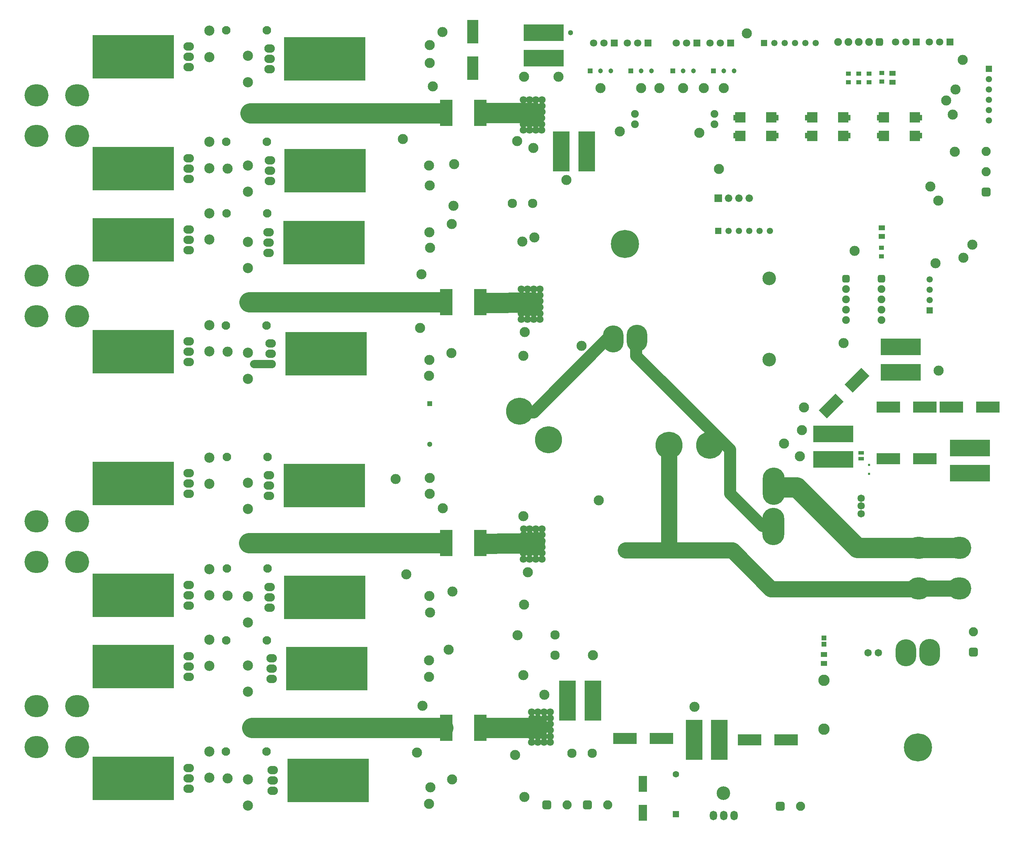
<source format=gbr>
%TF.GenerationSoftware,Altium Limited,Altium Designer,21.6.4 (81)*%
G04 Layer_Color=8388736*
%FSLAX43Y43*%
%MOMM*%
%TF.SameCoordinates,B094594F-E5AE-4C03-B854-EF891E02AD71*%
%TF.FilePolarity,Negative*%
%TF.FileFunction,Soldermask,Top*%
%TF.Part,Single*%
G01*
G75*
%TA.AperFunction,SMDPad,CuDef*%
%ADD17R,0.600X0.600*%
%ADD18R,1.350X0.950*%
%ADD19R,1.508X1.157*%
%ADD20R,1.200X1.100*%
%ADD23R,2.000X4.000*%
%ADD24R,2.108X1.397*%
%TA.AperFunction,ComponentPad*%
%ADD60C,1.800*%
%ADD62C,1.550*%
%ADD63R,1.550X1.550*%
%ADD64R,1.600X1.600*%
%ADD65C,1.600*%
%ADD66C,1.300*%
%ADD67R,1.300X1.300*%
%ADD69C,2.500*%
%ADD79R,1.550X1.550*%
%ADD83R,1.200X1.200*%
%ADD84C,1.200*%
%TA.AperFunction,NonConductor*%
%ADD130C,0.254*%
%ADD161C,4.000*%
%ADD162C,3.000*%
%ADD163C,2.000*%
%ADD164C,5.000*%
%TA.AperFunction,ComponentPad*%
%ADD179C,2.489*%
%ADD180C,2.300*%
%ADD181C,2.250*%
G04:AMPARAMS|DCode=182|XSize=2.25mm|YSize=2.25mm|CornerRadius=0.638mm|HoleSize=0mm|Usage=FLASHONLY|Rotation=90.000|XOffset=0mm|YOffset=0mm|HoleType=Round|Shape=RoundedRectangle|*
%AMROUNDEDRECTD182*
21,1,2.250,0.975,0,0,90.0*
21,1,0.975,2.250,0,0,90.0*
1,1,1.275,0.488,0.488*
1,1,1.275,0.488,-0.488*
1,1,1.275,-0.488,-0.488*
1,1,1.275,-0.488,0.488*
%
%ADD182ROUNDEDRECTD182*%
%ADD183C,2.100*%
%ADD184O,5.888X5.380*%
%ADD185C,2.800*%
%ADD186C,6.650*%
G04:AMPARAMS|DCode=187|XSize=2.25mm|YSize=2.25mm|CornerRadius=0.638mm|HoleSize=0mm|Usage=FLASHONLY|Rotation=0.000|XOffset=0mm|YOffset=0mm|HoleType=Round|Shape=RoundedRectangle|*
%AMROUNDEDRECTD187*
21,1,2.250,0.975,0,0,0.0*
21,1,0.975,2.250,0,0,0.0*
1,1,1.275,0.488,-0.488*
1,1,1.275,-0.488,-0.488*
1,1,1.275,-0.488,0.488*
1,1,1.275,0.488,0.488*
%
%ADD187ROUNDEDRECTD187*%
%ADD188C,1.824*%
%ADD189O,5.380X9.190*%
%ADD190C,1.900*%
G04:AMPARAMS|DCode=191|XSize=1.9mm|YSize=1.9mm|CornerRadius=0.55mm|HoleSize=0mm|Usage=FLASHONLY|Rotation=270.000|XOffset=0mm|YOffset=0mm|HoleType=Round|Shape=RoundedRectangle|*
%AMROUNDEDRECTD191*
21,1,1.900,0.800,0,0,270.0*
21,1,0.800,1.900,0,0,270.0*
1,1,1.100,-0.400,-0.400*
1,1,1.100,-0.400,0.400*
1,1,1.100,0.400,0.400*
1,1,1.100,0.400,-0.400*
%
%ADD191ROUNDEDRECTD191*%
%ADD192O,5.126X6.650*%
%ADD193C,6.904*%
%ADD195C,3.348*%
%ADD196O,2.586X2.078*%
%ADD197C,4.872*%
%ADD198R,2.586X2.586*%
G04:AMPARAMS|DCode=199|XSize=1.9mm|YSize=1.9mm|CornerRadius=0.55mm|HoleSize=0mm|Usage=FLASHONLY|Rotation=180.000|XOffset=0mm|YOffset=0mm|HoleType=Round|Shape=RoundedRectangle|*
%AMROUNDEDRECTD199*
21,1,1.900,0.800,0,0,180.0*
21,1,0.800,1.900,0,0,180.0*
1,1,1.100,-0.400,0.400*
1,1,1.100,0.400,0.400*
1,1,1.100,0.400,-0.400*
1,1,1.100,-0.400,-0.400*
%
%ADD199ROUNDEDRECTD199*%
%ADD200R,1.800X1.800*%
%ADD201R,1.850X1.850*%
%ADD202C,1.850*%
%TA.AperFunction,ViaPad*%
%ADD203C,1.570*%
%ADD204C,1.300*%
%ADD205C,1.800*%
%TA.AperFunction,NonConductor*%
%ADD209R,20.066X10.668*%
%TA.AperFunction,SMDPad,CuDef*%
%ADD218R,2.800X5.800*%
%ADD219R,5.800X2.800*%
G04:AMPARAMS|DCode=220|XSize=5.8mm|YSize=2.8mm|CornerRadius=0mm|HoleSize=0mm|Usage=FLASHONLY|Rotation=225.000|XOffset=0mm|YOffset=0mm|HoleType=Round|Shape=Rectangle|*
%AMROTATEDRECTD220*
4,1,4,1.061,3.041,3.041,1.061,-1.061,-3.041,-3.041,-1.061,1.061,3.041,0.0*
%
%ADD220ROTATEDRECTD220*%

%ADD221R,9.800X4.050*%
%ADD222R,4.050X9.800*%
%ADD223R,1.200X1.150*%
%ADD224R,3.050X6.500*%
%TA.AperFunction,ComponentPad*%
%ADD225O,1.824X2.332*%
G36*
X79210Y25522D02*
X79220D01*
X79230Y25521D01*
X79254Y25517D01*
X79280Y25509D01*
X79306Y25498D01*
X79333Y25484D01*
X79356Y25464D01*
X79358Y25462D01*
X79364Y25453D01*
X79374Y25440D01*
X79378Y25431D01*
X79384Y25421D01*
X79390Y25408D01*
X79394Y25395D01*
X79399Y25381D01*
X79404Y25364D01*
X79406Y25347D01*
X79409Y25328D01*
X79412Y25308D01*
Y25285D01*
Y24800D01*
X79292D01*
Y25244D01*
Y25246D01*
Y25247D01*
Y25256D01*
Y25268D01*
X79291Y25284D01*
X79289Y25301D01*
X79288Y25318D01*
X79285Y25335D01*
X79281Y25347D01*
Y25349D01*
X79278Y25353D01*
X79275Y25359D01*
X79271Y25366D01*
X79265Y25374D01*
X79258Y25383D01*
X79250Y25391D01*
X79239Y25400D01*
X79237Y25401D01*
X79233Y25402D01*
X79227Y25405D01*
X79218Y25409D01*
X79208Y25414D01*
X79195Y25416D01*
X79182Y25418D01*
X79167Y25419D01*
X79160D01*
X79154Y25418D01*
X79140Y25416D01*
X79123Y25414D01*
X79103Y25407D01*
X79082Y25398D01*
X79061Y25385D01*
X79041Y25369D01*
X79040Y25366D01*
X79034Y25359D01*
X79026Y25347D01*
X79017Y25330D01*
X79007Y25308D01*
X79000Y25281D01*
X78995Y25249D01*
X78992Y25211D01*
Y24800D01*
X78872D01*
Y25259D01*
Y25260D01*
Y25263D01*
Y25266D01*
Y25271D01*
X78871Y25287D01*
X78868Y25304D01*
X78865Y25323D01*
X78859Y25343D01*
X78852Y25361D01*
X78843Y25378D01*
X78841Y25380D01*
X78837Y25385D01*
X78830Y25391D01*
X78820Y25400D01*
X78807Y25407D01*
X78790Y25414D01*
X78771Y25418D01*
X78747Y25419D01*
X78738D01*
X78728Y25418D01*
X78717Y25416D01*
X78703Y25412D01*
X78686Y25408D01*
X78671Y25401D01*
X78654Y25392D01*
X78652Y25391D01*
X78647Y25387D01*
X78640Y25381D01*
X78630Y25373D01*
X78620Y25361D01*
X78610Y25347D01*
X78600Y25332D01*
X78592Y25314D01*
X78590Y25311D01*
X78589Y25304D01*
X78586Y25292D01*
X78582Y25277D01*
X78578Y25256D01*
X78575Y25230D01*
X78573Y25201D01*
X78572Y25167D01*
Y24800D01*
X78452D01*
Y25508D01*
X78559D01*
Y25407D01*
X78561Y25409D01*
X78565Y25415D01*
X78573Y25425D01*
X78583Y25436D01*
X78596Y25450D01*
X78611Y25464D01*
X78628Y25478D01*
X78648Y25491D01*
X78651Y25493D01*
X78658Y25497D01*
X78669Y25501D01*
X78685Y25508D01*
X78703Y25514D01*
X78724Y25518D01*
X78748Y25522D01*
X78773Y25524D01*
X78786D01*
X78802Y25522D01*
X78819Y25519D01*
X78840Y25515D01*
X78861Y25509D01*
X78882Y25501D01*
X78902Y25490D01*
X78905Y25488D01*
X78910Y25484D01*
X78919Y25477D01*
X78930Y25466D01*
X78941Y25453D01*
X78954Y25438D01*
X78965Y25419D01*
X78974Y25398D01*
X78975Y25400D01*
X78978Y25404D01*
X78982Y25409D01*
X78989Y25418D01*
X78998Y25428D01*
X79007Y25438D01*
X79019Y25449D01*
X79033Y25462D01*
X79048Y25473D01*
X79064Y25484D01*
X79082Y25494D01*
X79102Y25504D01*
X79123Y25512D01*
X79146Y25518D01*
X79168Y25522D01*
X79194Y25524D01*
X79203D01*
X79210Y25522D01*
D02*
G37*
G36*
X78074D02*
X78084D01*
X78094Y25521D01*
X78118Y25517D01*
X78143Y25509D01*
X78170Y25498D01*
X78197Y25484D01*
X78219Y25464D01*
X78222Y25462D01*
X78228Y25453D01*
X78238Y25440D01*
X78242Y25431D01*
X78248Y25421D01*
X78253Y25408D01*
X78258Y25395D01*
X78263Y25381D01*
X78267Y25364D01*
X78270Y25347D01*
X78273Y25328D01*
X78276Y25308D01*
Y25285D01*
Y24800D01*
X78156D01*
Y25244D01*
Y25246D01*
Y25247D01*
Y25256D01*
Y25268D01*
X78155Y25284D01*
X78153Y25301D01*
X78152Y25318D01*
X78149Y25335D01*
X78145Y25347D01*
Y25349D01*
X78142Y25353D01*
X78139Y25359D01*
X78135Y25366D01*
X78129Y25374D01*
X78122Y25383D01*
X78114Y25391D01*
X78102Y25400D01*
X78101Y25401D01*
X78097Y25402D01*
X78091Y25405D01*
X78081Y25409D01*
X78071Y25414D01*
X78059Y25416D01*
X78046Y25418D01*
X78031Y25419D01*
X78024D01*
X78018Y25418D01*
X78004Y25416D01*
X77987Y25414D01*
X77967Y25407D01*
X77946Y25398D01*
X77925Y25385D01*
X77905Y25369D01*
X77904Y25366D01*
X77898Y25359D01*
X77890Y25347D01*
X77881Y25330D01*
X77871Y25308D01*
X77864Y25281D01*
X77859Y25249D01*
X77856Y25211D01*
Y24800D01*
X77736D01*
Y25259D01*
Y25260D01*
Y25263D01*
Y25266D01*
Y25271D01*
X77735Y25287D01*
X77732Y25304D01*
X77729Y25323D01*
X77723Y25343D01*
X77716Y25361D01*
X77706Y25378D01*
X77705Y25380D01*
X77701Y25385D01*
X77694Y25391D01*
X77684Y25400D01*
X77671Y25407D01*
X77654Y25414D01*
X77634Y25418D01*
X77610Y25419D01*
X77602D01*
X77592Y25418D01*
X77581Y25416D01*
X77567Y25412D01*
X77550Y25408D01*
X77534Y25401D01*
X77517Y25392D01*
X77516Y25391D01*
X77510Y25387D01*
X77503Y25381D01*
X77493Y25373D01*
X77484Y25361D01*
X77474Y25347D01*
X77464Y25332D01*
X77455Y25314D01*
X77454Y25311D01*
X77453Y25304D01*
X77450Y25292D01*
X77446Y25277D01*
X77441Y25256D01*
X77438Y25230D01*
X77437Y25201D01*
X77436Y25167D01*
Y24800D01*
X77316D01*
Y25508D01*
X77423D01*
Y25407D01*
X77424Y25409D01*
X77429Y25415D01*
X77437Y25425D01*
X77447Y25436D01*
X77460Y25450D01*
X77475Y25464D01*
X77492Y25478D01*
X77512Y25491D01*
X77515Y25493D01*
X77522Y25497D01*
X77533Y25501D01*
X77548Y25508D01*
X77567Y25514D01*
X77588Y25518D01*
X77612Y25522D01*
X77637Y25524D01*
X77650D01*
X77665Y25522D01*
X77682Y25519D01*
X77704Y25515D01*
X77725Y25509D01*
X77746Y25501D01*
X77766Y25490D01*
X77768Y25488D01*
X77774Y25484D01*
X77782Y25477D01*
X77794Y25466D01*
X77805Y25453D01*
X77818Y25438D01*
X77829Y25419D01*
X77837Y25398D01*
X77839Y25400D01*
X77842Y25404D01*
X77846Y25409D01*
X77853Y25418D01*
X77861Y25428D01*
X77871Y25438D01*
X77883Y25449D01*
X77897Y25462D01*
X77912Y25473D01*
X77928Y25484D01*
X77946Y25494D01*
X77966Y25504D01*
X77987Y25512D01*
X78009Y25518D01*
X78032Y25522D01*
X78057Y25524D01*
X78067D01*
X78074Y25522D01*
D02*
G37*
G36*
X77126Y25649D02*
X76735D01*
X76683Y25385D01*
X76684Y25387D01*
X76687Y25388D01*
X76691Y25391D01*
X76698Y25395D01*
X76707Y25400D01*
X76717Y25405D01*
X76739Y25416D01*
X76767Y25428D01*
X76798Y25438D01*
X76832Y25445D01*
X76849Y25447D01*
X76880D01*
X76889Y25446D01*
X76900Y25445D01*
X76913Y25443D01*
X76927Y25440D01*
X76942Y25436D01*
X76976Y25426D01*
X76994Y25419D01*
X77013Y25409D01*
X77031Y25400D01*
X77049Y25388D01*
X77066Y25374D01*
X77083Y25359D01*
X77085Y25357D01*
X77087Y25354D01*
X77092Y25350D01*
X77097Y25343D01*
X77104Y25333D01*
X77111Y25323D01*
X77120Y25311D01*
X77128Y25297D01*
X77135Y25281D01*
X77144Y25264D01*
X77151Y25244D01*
X77158Y25225D01*
X77164Y25204D01*
X77168Y25180D01*
X77171Y25156D01*
X77172Y25130D01*
Y25129D01*
Y25125D01*
Y25118D01*
X77171Y25108D01*
X77169Y25096D01*
X77168Y25084D01*
X77165Y25068D01*
X77162Y25053D01*
X77154Y25016D01*
X77140Y24978D01*
X77131Y24958D01*
X77120Y24940D01*
X77109Y24920D01*
X77095Y24902D01*
X77093Y24900D01*
X77090Y24896D01*
X77085Y24891D01*
X77078Y24884D01*
X77068Y24875D01*
X77056Y24864D01*
X77042Y24854D01*
X77027Y24843D01*
X77010Y24831D01*
X76990Y24822D01*
X76969Y24812D01*
X76947Y24802D01*
X76923Y24795D01*
X76896Y24789D01*
X76868Y24785D01*
X76838Y24783D01*
X76825D01*
X76815Y24785D01*
X76804Y24786D01*
X76791Y24788D01*
X76776Y24789D01*
X76760Y24793D01*
X76725Y24802D01*
X76690Y24815D01*
X76672Y24823D01*
X76653Y24833D01*
X76636Y24844D01*
X76619Y24857D01*
X76618Y24858D01*
X76615Y24860D01*
X76612Y24865D01*
X76607Y24871D01*
X76600Y24878D01*
X76593Y24886D01*
X76584Y24898D01*
X76577Y24910D01*
X76569Y24923D01*
X76560Y24939D01*
X76545Y24972D01*
X76532Y25012D01*
X76528Y25033D01*
X76525Y25056D01*
X76650Y25065D01*
Y25064D01*
Y25061D01*
X76652Y25057D01*
X76653Y25050D01*
X76658Y25034D01*
X76663Y25013D01*
X76672Y24992D01*
X76683Y24968D01*
X76697Y24947D01*
X76714Y24927D01*
X76717Y24926D01*
X76722Y24920D01*
X76734Y24913D01*
X76749Y24905D01*
X76766Y24896D01*
X76787Y24889D01*
X76811Y24884D01*
X76838Y24882D01*
X76846D01*
X76852Y24884D01*
X76869Y24885D01*
X76889Y24891D01*
X76913Y24898D01*
X76937Y24909D01*
X76962Y24926D01*
X76973Y24936D01*
X76985Y24947D01*
X76986Y24948D01*
X76987Y24950D01*
X76990Y24954D01*
X76994Y24958D01*
X77004Y24974D01*
X77016Y24994D01*
X77025Y25017D01*
X77035Y25047D01*
X77042Y25082D01*
X77045Y25101D01*
Y25120D01*
Y25122D01*
Y25125D01*
Y25130D01*
X77044Y25137D01*
Y25146D01*
X77042Y25156D01*
X77038Y25178D01*
X77031Y25205D01*
X77021Y25232D01*
X77007Y25257D01*
X76987Y25281D01*
Y25283D01*
X76985Y25284D01*
X76978Y25291D01*
X76965Y25301D01*
X76948Y25312D01*
X76925Y25322D01*
X76900Y25332D01*
X76870Y25339D01*
X76853Y25342D01*
X76827D01*
X76815Y25340D01*
X76801Y25339D01*
X76784Y25335D01*
X76767Y25330D01*
X76749Y25323D01*
X76731Y25315D01*
X76729Y25314D01*
X76724Y25311D01*
X76715Y25304D01*
X76704Y25297D01*
X76693Y25287D01*
X76681Y25274D01*
X76669Y25261D01*
X76659Y25246D01*
X76546Y25261D01*
X76641Y25763D01*
X77126D01*
Y25649D01*
D02*
G37*
D17*
X211775Y87925D02*
D03*
Y90125D02*
D03*
D18*
X209800Y93150D02*
D03*
Y91650D02*
D03*
D19*
X214850Y148526D02*
D03*
Y146374D02*
D03*
X200675Y43501D02*
D03*
Y41349D02*
D03*
X217483Y186476D02*
D03*
Y184324D02*
D03*
D20*
X214825Y141509D02*
D03*
Y143609D02*
D03*
X211755Y184350D02*
D03*
Y186450D02*
D03*
X209215D02*
D03*
Y184350D02*
D03*
X206675Y186450D02*
D03*
Y184350D02*
D03*
X214920Y186575D02*
D03*
Y184475D02*
D03*
D23*
X156125Y4550D02*
D03*
Y11650D02*
D03*
D24*
X206142Y175624D02*
D03*
Y171154D02*
D03*
X197048D02*
D03*
Y175624D02*
D03*
X188489D02*
D03*
Y171154D02*
D03*
X179395D02*
D03*
Y175624D02*
D03*
X223795D02*
D03*
Y171154D02*
D03*
X214701D02*
D03*
Y175624D02*
D03*
D60*
X166924Y193963D02*
D03*
X164384D02*
D03*
X144064D02*
D03*
X146604D02*
D03*
X172639D02*
D03*
X175179D02*
D03*
X154859D02*
D03*
X152319D02*
D03*
X226570Y194225D02*
D03*
X229110D02*
D03*
X218280D02*
D03*
X220820D02*
D03*
D62*
X226675Y135835D02*
D03*
Y133295D02*
D03*
Y130755D02*
D03*
X187413Y147725D02*
D03*
X184873Y147725D02*
D03*
X182333D02*
D03*
X179793D02*
D03*
X177253D02*
D03*
X188514Y193963D02*
D03*
X191054D02*
D03*
X193594D02*
D03*
X196134D02*
D03*
X198674D02*
D03*
X241225Y174950D02*
D03*
Y177490D02*
D03*
Y180030D02*
D03*
Y182570D02*
D03*
Y185110D02*
D03*
D63*
X226675Y128215D02*
D03*
X241225Y187650D02*
D03*
D64*
X164300Y4237D02*
D03*
D65*
Y14013D02*
D03*
D66*
X103751Y95250D02*
D03*
D67*
Y105250D02*
D03*
D69*
X49500Y64504D02*
D03*
Y58054D02*
D03*
Y169625D02*
D03*
Y163175D02*
D03*
X59000Y51350D02*
D03*
Y57800D02*
D03*
Y163800D02*
D03*
Y157350D02*
D03*
X49500Y190525D02*
D03*
Y196975D02*
D03*
Y91975D02*
D03*
Y85525D02*
D03*
X59000Y190800D02*
D03*
Y184350D02*
D03*
Y79350D02*
D03*
Y85800D02*
D03*
X49500Y124525D02*
D03*
Y118075D02*
D03*
Y19650D02*
D03*
Y13200D02*
D03*
X59000Y117800D02*
D03*
Y111350D02*
D03*
Y6350D02*
D03*
Y12800D02*
D03*
X49500Y40691D02*
D03*
Y47141D02*
D03*
Y152050D02*
D03*
Y145600D02*
D03*
X59000Y145025D02*
D03*
Y138575D02*
D03*
Y34350D02*
D03*
Y40800D02*
D03*
D79*
X174713Y147725D02*
D03*
X185974Y193963D02*
D03*
D83*
X163495Y187105D02*
D03*
X143175D02*
D03*
X173528D02*
D03*
X153208D02*
D03*
D84*
X166035D02*
D03*
X168575D02*
D03*
X145715D02*
D03*
X148255D02*
D03*
X176068D02*
D03*
X178608D02*
D03*
X155748D02*
D03*
X158288D02*
D03*
D130*
X223800Y59600D02*
X223925Y59725D01*
D161*
X162593Y69454D02*
Y95000D01*
X151859Y69125D02*
X178113Y69125D01*
X187637Y59600D01*
X209488D01*
X223800D01*
X223925Y59725D02*
X233925D01*
D162*
X154450Y117025D02*
Y119850D01*
X148250Y122125D02*
X148768D01*
X125468Y103525D02*
X125864Y103129D01*
X129254D01*
X148250Y122125D01*
X125468Y103525D02*
X126396D01*
X154450Y117025D02*
X177525Y93950D01*
Y83168D02*
Y93950D01*
Y83168D02*
X185535Y75158D01*
X189193D01*
D163*
X60569Y115006D02*
X64617D01*
D164*
X117575Y25450D02*
X130283Y25478D01*
X117225Y70800D02*
X129529Y70914D01*
X117198Y130034D02*
X128875Y130100D01*
X117425Y176788D02*
X129350Y176800D01*
X59644Y176730D02*
X106576D01*
X59344Y130205D02*
X106276D01*
X59244Y70905D02*
X106176D01*
X60068Y25450D02*
X107000D01*
X188189Y84636D02*
X194002D01*
X208913Y69725D01*
X233925D01*
D179*
X126718Y77525D02*
D03*
X109525Y153875D02*
D03*
X131950Y33625D02*
D03*
X143875Y43342D02*
D03*
X129225Y168112D02*
D03*
X194750Y92300D02*
D03*
X127850Y63775D02*
D03*
X125218Y169873D02*
D03*
X135350Y185675D02*
D03*
X124718Y18757D02*
D03*
X127050Y122825D02*
D03*
X125350Y48250D02*
D03*
X129488Y146113D02*
D03*
X101969Y30875D02*
D03*
X101718Y137075D02*
D03*
X106922Y79500D02*
D03*
X104501Y183300D02*
D03*
X174825Y162975D02*
D03*
X228900Y113325D02*
D03*
X195750Y104325D02*
D03*
X168825Y30667D02*
D03*
X226800Y158625D02*
D03*
X233000Y182570D02*
D03*
X237120Y144379D02*
D03*
X234990Y141097D02*
D03*
X232799Y167199D02*
D03*
X230757Y179815D02*
D03*
X232302Y176342D02*
D03*
X228750Y155200D02*
D03*
X208225Y142862D02*
D03*
X228079Y139778D02*
D03*
X103718Y158871D02*
D03*
X103593Y6760D02*
D03*
X103693Y189088D02*
D03*
X103694Y83051D02*
D03*
X103768Y143550D02*
D03*
X103593Y37966D02*
D03*
X58993Y176775D02*
D03*
Y71350D02*
D03*
Y130200D02*
D03*
X59243Y25875D02*
D03*
X141043Y119425D02*
D03*
X97150Y170350D02*
D03*
X97983Y63208D02*
D03*
X103769Y53859D02*
D03*
X54000Y163054D02*
D03*
Y58000D02*
D03*
X137330Y160275D02*
D03*
X126932Y55825D02*
D03*
X103593Y163840D02*
D03*
X103605Y57890D02*
D03*
X109693Y164125D02*
D03*
X109293Y59002D02*
D03*
X126900Y185700D02*
D03*
X145256Y81400D02*
D03*
X103693Y193481D02*
D03*
X103715Y86929D02*
D03*
X106818Y196648D02*
D03*
X95368Y86649D02*
D03*
X101325Y123875D02*
D03*
X100596Y19400D02*
D03*
X103593Y112106D02*
D03*
X54000Y118054D02*
D03*
Y13054D02*
D03*
X126718Y117025D02*
D03*
X126993Y8455D02*
D03*
X103605Y116025D02*
D03*
X103868Y10843D02*
D03*
X109093Y117702D02*
D03*
X109193Y12775D02*
D03*
X126468Y145100D02*
D03*
X126718Y38401D02*
D03*
X103605Y147391D02*
D03*
X103593Y42065D02*
D03*
X109173Y149410D02*
D03*
X108418Y44724D02*
D03*
X166035Y182914D02*
D03*
X145715D02*
D03*
X176068D02*
D03*
X155748D02*
D03*
X170023Y171867D02*
D03*
X150469Y172181D02*
D03*
X171115Y182914D02*
D03*
X160193D02*
D03*
X181684Y196300D02*
D03*
X234827Y189798D02*
D03*
X195229Y98675D02*
D03*
X205517Y120125D02*
D03*
X190862Y95445D02*
D03*
D180*
X138700Y19250D02*
D03*
X143700D02*
D03*
X129025Y154550D02*
D03*
X124025D02*
D03*
X134575Y43375D02*
D03*
Y48375D02*
D03*
D181*
X240575Y167275D02*
D03*
Y162275D02*
D03*
X137500Y6500D02*
D03*
X194875Y6200D02*
D03*
X237400Y49075D02*
D03*
X147500Y6500D02*
D03*
D182*
X240575Y157275D02*
D03*
X237400Y44075D02*
D03*
D183*
X63850Y92075D02*
D03*
X53850D02*
D03*
X63675Y197075D02*
D03*
X53675D02*
D03*
X63675Y169675D02*
D03*
X53675D02*
D03*
X63825Y64650D02*
D03*
X53825D02*
D03*
X63625Y124425D02*
D03*
X53625D02*
D03*
X63600Y19675D02*
D03*
X53600D02*
D03*
X63775Y152025D02*
D03*
X53775D02*
D03*
X63675Y47000D02*
D03*
X53675D02*
D03*
D184*
X7000Y181125D02*
D03*
Y171125D02*
D03*
X17000D02*
D03*
Y181125D02*
D03*
X7000Y76275D02*
D03*
Y66275D02*
D03*
X17000D02*
D03*
Y76275D02*
D03*
X7000Y136725D02*
D03*
Y126725D02*
D03*
X17000D02*
D03*
Y136725D02*
D03*
X7000Y30775D02*
D03*
Y20775D02*
D03*
X17000D02*
D03*
Y30775D02*
D03*
X223925Y59725D02*
D03*
Y69725D02*
D03*
X233925D02*
D03*
Y59725D02*
D03*
D185*
X200675Y25125D02*
D03*
Y37125D02*
D03*
D186*
X132893Y96339D02*
D03*
X125822Y103411D02*
D03*
X162593Y95000D02*
D03*
X172593D02*
D03*
D187*
X132500Y6500D02*
D03*
X189875Y6200D02*
D03*
X142500Y6500D02*
D03*
D188*
X209779Y81953D02*
D03*
Y80048D02*
D03*
Y78143D02*
D03*
X214037Y43916D02*
D03*
X211537D02*
D03*
D189*
X188316Y84874D02*
D03*
X188189Y74968D02*
D03*
D190*
X214834Y130859D02*
D03*
Y133399D02*
D03*
Y128319D02*
D03*
Y125779D02*
D03*
X204135Y194217D02*
D03*
X206675D02*
D03*
X211755D02*
D03*
X209215D02*
D03*
X206120Y125800D02*
D03*
Y128340D02*
D03*
Y133420D02*
D03*
Y130880D02*
D03*
X173782Y174024D02*
D03*
Y176564D02*
D03*
X154224Y174024D02*
D03*
Y176564D02*
D03*
D191*
X214834Y135939D02*
D03*
X206120Y135960D02*
D03*
D192*
X154674Y121298D02*
D03*
X148832Y121171D02*
D03*
X226671Y44043D02*
D03*
X220829Y43916D02*
D03*
D193*
X151753Y144539D02*
D03*
X223750Y20675D02*
D03*
D195*
X175933Y9361D02*
D03*
X187218Y116076D02*
D03*
Y136015D02*
D03*
D196*
X44451Y165594D02*
D03*
Y163054D02*
D03*
Y160514D02*
D03*
Y55514D02*
D03*
Y58054D02*
D03*
Y60594D02*
D03*
X64417Y160006D02*
D03*
Y162546D02*
D03*
Y165086D02*
D03*
X64317Y60086D02*
D03*
Y57546D02*
D03*
Y55006D02*
D03*
X44451Y193094D02*
D03*
Y190554D02*
D03*
Y188014D02*
D03*
Y88094D02*
D03*
Y85554D02*
D03*
Y83014D02*
D03*
Y15594D02*
D03*
Y13054D02*
D03*
Y10514D02*
D03*
X64317Y187506D02*
D03*
Y190046D02*
D03*
Y192586D02*
D03*
X64217Y82506D02*
D03*
Y85046D02*
D03*
Y87586D02*
D03*
X65117Y15086D02*
D03*
Y12546D02*
D03*
Y10006D02*
D03*
X44451Y115514D02*
D03*
Y118054D02*
D03*
Y120594D02*
D03*
X64617Y120086D02*
D03*
Y117546D02*
D03*
Y115006D02*
D03*
X44451Y43094D02*
D03*
Y40554D02*
D03*
Y38014D02*
D03*
Y143014D02*
D03*
Y145554D02*
D03*
Y148094D02*
D03*
X64117Y147386D02*
D03*
Y144846D02*
D03*
Y142306D02*
D03*
X64834Y42586D02*
D03*
Y40046D02*
D03*
Y37506D02*
D03*
D197*
X24258Y163054D02*
D03*
Y58054D02*
D03*
X84610Y162546D02*
D03*
X84510Y57546D02*
D03*
X24258Y190554D02*
D03*
Y85554D02*
D03*
Y13054D02*
D03*
X84510Y190046D02*
D03*
X84410Y85046D02*
D03*
X85310Y12546D02*
D03*
X24258Y118054D02*
D03*
X84810Y117546D02*
D03*
X24258Y40554D02*
D03*
Y145554D02*
D03*
X84310Y144846D02*
D03*
X85027Y40046D02*
D03*
D198*
X197785Y175675D02*
D03*
Y171103D02*
D03*
X205405D02*
D03*
Y175675D02*
D03*
X180132D02*
D03*
Y171103D02*
D03*
X187752D02*
D03*
Y175675D02*
D03*
X215438D02*
D03*
Y171103D02*
D03*
X223058D02*
D03*
Y175675D02*
D03*
D199*
X214295Y194217D02*
D03*
D200*
X169464Y193963D02*
D03*
X149144D02*
D03*
X177719D02*
D03*
X157399D02*
D03*
X231650Y194225D02*
D03*
X223360D02*
D03*
D201*
X174713Y155748D02*
D03*
D202*
X177253D02*
D03*
X179793D02*
D03*
X182333D02*
D03*
D203*
X151077Y69125D02*
D03*
X154798D02*
D03*
X158715D02*
D03*
X162264D02*
D03*
X166221D02*
D03*
X169947D02*
D03*
X173668D02*
D03*
X178000D02*
D03*
X180500Y67025D02*
D03*
X182825Y64700D02*
D03*
X185158Y61967D02*
D03*
X189254Y59600D02*
D03*
X194039D02*
D03*
X198687D02*
D03*
X204429D02*
D03*
X210348D02*
D03*
X216460D02*
D03*
D204*
X227472Y91700D02*
D03*
X138354Y196478D02*
D03*
D205*
X131300Y66975D02*
D03*
Y68450D02*
D03*
Y69950D02*
D03*
X129800Y66975D02*
D03*
X129275Y125950D02*
D03*
X126825Y72950D02*
D03*
X126800Y74450D02*
D03*
X128325Y72950D02*
D03*
X128300Y74450D02*
D03*
X126825Y71450D02*
D03*
X133350Y29375D02*
D03*
X128825D02*
D03*
X130325D02*
D03*
X131850D02*
D03*
X131875Y27875D02*
D03*
X130350D02*
D03*
X128850D02*
D03*
X133375D02*
D03*
X131875Y26375D02*
D03*
X130350D02*
D03*
X128850D02*
D03*
X133375D02*
D03*
X131825Y24875D02*
D03*
X130300D02*
D03*
X128800D02*
D03*
X133325D02*
D03*
X131825Y23375D02*
D03*
X130300D02*
D03*
X128800D02*
D03*
X133325D02*
D03*
X131825Y21900D02*
D03*
X130300D02*
D03*
X128800D02*
D03*
X133325D02*
D03*
X131325Y74450D02*
D03*
X129825D02*
D03*
X129850Y72950D02*
D03*
X131350D02*
D03*
X129850Y71450D02*
D03*
X128325D02*
D03*
X131350D02*
D03*
X129800Y69950D02*
D03*
X128275D02*
D03*
X126775D02*
D03*
X129800Y68450D02*
D03*
X128275D02*
D03*
X126775D02*
D03*
X128275Y66975D02*
D03*
X126775D02*
D03*
X130800Y133425D02*
D03*
X126275D02*
D03*
X127775D02*
D03*
X129300D02*
D03*
X129325Y131925D02*
D03*
X127800D02*
D03*
X126300D02*
D03*
X130825D02*
D03*
X129325Y130425D02*
D03*
X127800D02*
D03*
X126300D02*
D03*
X130825D02*
D03*
X129275Y128925D02*
D03*
X127750D02*
D03*
X126250D02*
D03*
X130775D02*
D03*
X129275Y127425D02*
D03*
X127750D02*
D03*
X126250D02*
D03*
X130775D02*
D03*
X127750Y125950D02*
D03*
X126250D02*
D03*
X130775D02*
D03*
X131275Y172525D02*
D03*
X126750D02*
D03*
X128250D02*
D03*
X129775D02*
D03*
X131275Y174000D02*
D03*
X126750D02*
D03*
X128250D02*
D03*
X129775D02*
D03*
X131275Y175500D02*
D03*
X126750D02*
D03*
X128250D02*
D03*
X129775D02*
D03*
X131325Y177000D02*
D03*
X126800D02*
D03*
X128300D02*
D03*
X129825D02*
D03*
X131325Y178500D02*
D03*
X126800D02*
D03*
X128300D02*
D03*
X129825D02*
D03*
X129800Y180000D02*
D03*
X128275D02*
D03*
X126775D02*
D03*
X131300D02*
D03*
D209*
X30862Y163054D02*
D03*
X78005Y162546D02*
D03*
X30862Y190554D02*
D03*
Y13054D02*
D03*
X77905Y190046D02*
D03*
X30862Y145555D02*
D03*
X77707Y144846D02*
D03*
X30862Y58053D02*
D03*
X77906Y57546D02*
D03*
X30862Y85553D02*
D03*
X77806Y85046D02*
D03*
X78706Y12546D02*
D03*
X30862Y118053D02*
D03*
X78206Y117546D02*
D03*
X30862Y40553D02*
D03*
X78422Y40046D02*
D03*
D218*
X114299Y187762D02*
D03*
Y196762D02*
D03*
D219*
X151700Y22850D02*
D03*
X160700D02*
D03*
X225500Y104350D02*
D03*
X216500D02*
D03*
Y91700D02*
D03*
X225500D02*
D03*
X191350Y22550D02*
D03*
X182350D02*
D03*
X232000Y104350D02*
D03*
X241000D02*
D03*
D220*
X208788Y111031D02*
D03*
X202425Y104667D02*
D03*
D221*
X131754Y190228D02*
D03*
Y196478D02*
D03*
X236575Y94350D02*
D03*
Y88100D02*
D03*
X219564Y112961D02*
D03*
Y119211D02*
D03*
X202943Y91525D02*
D03*
Y97775D02*
D03*
D222*
X143875Y32125D02*
D03*
X137625D02*
D03*
X142350Y167275D02*
D03*
X136100D02*
D03*
X168714Y22550D02*
D03*
X174964D02*
D03*
D223*
X200675Y47576D02*
D03*
Y46026D02*
D03*
D224*
X116200Y70975D02*
D03*
X107800D02*
D03*
X116200Y176812D02*
D03*
X107800D02*
D03*
X116200Y130190D02*
D03*
X107800D02*
D03*
X116200Y25450D02*
D03*
X107800D02*
D03*
D225*
X173520Y3900D02*
D03*
X176060D02*
D03*
X178600D02*
D03*
%TF.MD5,65d78253322a3785b68acc1c731368b2*%
M02*

</source>
